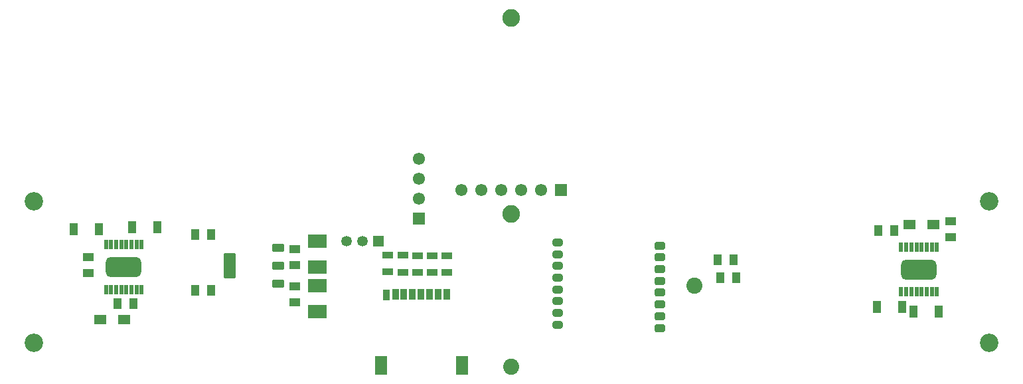
<source format=gbs>
G04*
G04 #@! TF.GenerationSoftware,Altium Limited,Altium Designer,21.3.2 (30)*
G04*
G04 Layer_Color=16711935*
%FSLAX43Y43*%
%MOMM*%
G71*
G04*
G04 #@! TF.SameCoordinates,E583AE15-D421-4EF2-A5E4-CEDEED2159FB*
G04*
G04*
G04 #@! TF.FilePolarity,Negative*
G04*
G01*
G75*
%ADD43R,1.118X1.575*%
%ADD48R,1.321X1.067*%
%ADD50R,1.321X0.940*%
%ADD52R,1.067X1.321*%
%ADD60C,2.051*%
%ADD61C,1.351*%
%ADD62R,1.351X1.351*%
%ADD63C,2.251*%
%ADD64C,2.351*%
%ADD65C,2.351*%
%ADD66C,0.751*%
%ADD67C,1.551*%
%ADD68R,1.551X1.551*%
%ADD69R,1.551X1.551*%
G04:AMPARAMS|DCode=94|XSize=0.951mm|YSize=1.321mm|CornerRadius=0.25mm|HoleSize=0mm|Usage=FLASHONLY|Rotation=270.000|XOffset=0mm|YOffset=0mm|HoleType=Round|Shape=RoundedRectangle|*
%AMROUNDEDRECTD94*
21,1,0.951,0.820,0,0,270.0*
21,1,0.450,1.321,0,0,270.0*
1,1,0.501,-0.410,-0.225*
1,1,0.501,-0.410,0.225*
1,1,0.501,0.410,0.225*
1,1,0.501,0.410,-0.225*
%
%ADD94ROUNDEDRECTD94*%
G04:AMPARAMS|DCode=95|XSize=1.051mm|YSize=1.321mm|CornerRadius=0.275mm|HoleSize=0mm|Usage=FLASHONLY|Rotation=90.000|XOffset=0mm|YOffset=0mm|HoleType=Round|Shape=RoundedRectangle|*
%AMROUNDEDRECTD95*
21,1,1.051,0.770,0,0,90.0*
21,1,0.500,1.321,0,0,90.0*
1,1,0.551,0.385,0.250*
1,1,0.551,0.385,-0.250*
1,1,0.551,-0.385,-0.250*
1,1,0.551,-0.385,0.250*
%
%ADD95ROUNDEDRECTD95*%
%ADD96R,1.551X2.451*%
%ADD97R,0.851X1.351*%
G04:AMPARAMS|DCode=98|XSize=0.951mm|YSize=1.501mm|CornerRadius=0.075mm|HoleSize=0mm|Usage=FLASHONLY|Rotation=90.000|XOffset=0mm|YOffset=0mm|HoleType=Round|Shape=RoundedRectangle|*
%AMROUNDEDRECTD98*
21,1,0.951,1.351,0,0,90.0*
21,1,0.801,1.501,0,0,90.0*
1,1,0.150,0.676,0.401*
1,1,0.150,0.676,-0.401*
1,1,0.150,-0.676,-0.401*
1,1,0.150,-0.676,0.401*
%
%ADD98ROUNDEDRECTD98*%
G04:AMPARAMS|DCode=99|XSize=3.201mm|YSize=1.501mm|CornerRadius=0.076mm|HoleSize=0mm|Usage=FLASHONLY|Rotation=90.000|XOffset=0mm|YOffset=0mm|HoleType=Round|Shape=RoundedRectangle|*
%AMROUNDEDRECTD99*
21,1,3.201,1.349,0,0,90.0*
21,1,3.049,1.501,0,0,90.0*
1,1,0.152,0.674,1.524*
1,1,0.152,0.674,-1.524*
1,1,0.152,-0.674,-1.524*
1,1,0.152,-0.674,1.524*
%
%ADD99ROUNDEDRECTD99*%
G04:AMPARAMS|DCode=100|XSize=2.551mm|YSize=4.551mm|CornerRadius=0.65mm|HoleSize=0mm|Usage=FLASHONLY|Rotation=90.000|XOffset=0mm|YOffset=0mm|HoleType=Round|Shape=RoundedRectangle|*
%AMROUNDEDRECTD100*
21,1,2.551,3.250,0,0,90.0*
21,1,1.250,4.551,0,0,90.0*
1,1,1.301,1.625,0.625*
1,1,1.301,1.625,-0.625*
1,1,1.301,-1.625,-0.625*
1,1,1.301,-1.625,0.625*
%
%ADD100ROUNDEDRECTD100*%
G04:AMPARAMS|DCode=101|XSize=0.451mm|YSize=1.251mm|CornerRadius=0.075mm|HoleSize=0mm|Usage=FLASHONLY|Rotation=0.000|XOffset=0mm|YOffset=0mm|HoleType=Round|Shape=RoundedRectangle|*
%AMROUNDEDRECTD101*
21,1,0.451,1.100,0,0,0.0*
21,1,0.300,1.251,0,0,0.0*
1,1,0.151,0.150,-0.550*
1,1,0.151,-0.150,-0.550*
1,1,0.151,-0.150,0.550*
1,1,0.151,0.150,0.550*
%
%ADD101ROUNDEDRECTD101*%
%ADD102R,2.337X1.676*%
%ADD103R,1.626X1.270*%
D43*
X5850Y68000D02*
D03*
X2598D02*
D03*
X108300Y58050D02*
D03*
X105048D02*
D03*
X10050Y68200D02*
D03*
X13302D02*
D03*
X112950Y57500D02*
D03*
X109698D02*
D03*
D48*
X114450Y66950D02*
D03*
Y68982D02*
D03*
X30800Y63418D02*
D03*
Y65450D02*
D03*
X30850Y60700D02*
D03*
Y58668D02*
D03*
X4500Y64400D02*
D03*
Y62368D02*
D03*
D50*
X44576Y64679D02*
D03*
Y62521D02*
D03*
X42696Y64712D02*
D03*
Y62553D02*
D03*
X50215Y64630D02*
D03*
Y62471D02*
D03*
X48335Y64630D02*
D03*
Y62471D02*
D03*
X46456Y64630D02*
D03*
Y62471D02*
D03*
D52*
X84768Y64050D02*
D03*
X86800D02*
D03*
X87100Y61800D02*
D03*
X85068D02*
D03*
X20100Y60200D02*
D03*
X18068D02*
D03*
X18150Y67300D02*
D03*
X20182D02*
D03*
X107250Y67800D02*
D03*
X105218D02*
D03*
X8200Y58500D02*
D03*
X10232D02*
D03*
D60*
X81750Y60750D02*
D03*
X58400Y50450D02*
D03*
D61*
X37450Y66500D02*
D03*
X39450D02*
D03*
D62*
X41450D02*
D03*
D63*
X58450Y94950D02*
D03*
Y69950D02*
D03*
D64*
X119400Y71500D02*
D03*
Y53500D02*
D03*
D65*
X-2500D02*
D03*
Y71500D02*
D03*
D66*
X109028Y63485D02*
D03*
Y62215D02*
D03*
X110425Y63485D02*
D03*
Y62215D02*
D03*
X111949Y63485D02*
D03*
Y62342D02*
D03*
X10397Y62515D02*
D03*
Y63785D02*
D03*
X9000Y62515D02*
D03*
Y63785D02*
D03*
X7476Y62515D02*
D03*
Y63658D02*
D03*
D67*
X46650Y76990D02*
D03*
Y74450D02*
D03*
Y71910D02*
D03*
X62230Y73000D02*
D03*
X59690D02*
D03*
X57150D02*
D03*
X54610D02*
D03*
X52070D02*
D03*
D68*
X46650Y69370D02*
D03*
D69*
X64770Y73000D02*
D03*
D94*
X64350Y57300D02*
D03*
Y60300D02*
D03*
Y66300D02*
D03*
Y64800D02*
D03*
Y63300D02*
D03*
Y61800D02*
D03*
Y58800D02*
D03*
X64326Y55826D02*
D03*
D95*
X77350Y56900D02*
D03*
Y58400D02*
D03*
Y59900D02*
D03*
Y61400D02*
D03*
Y62900D02*
D03*
Y64400D02*
D03*
Y65900D02*
D03*
Y55400D02*
D03*
D96*
X52110Y50650D02*
D03*
X41850D02*
D03*
D97*
X50237Y59650D02*
D03*
X48037D02*
D03*
X49137D02*
D03*
X46937D02*
D03*
X45837D02*
D03*
X44737D02*
D03*
X43637D02*
D03*
X42530Y59636D02*
D03*
D98*
X28675Y65600D02*
D03*
Y63300D02*
D03*
Y61000D02*
D03*
D99*
X22525Y63300D02*
D03*
D100*
X110425Y62850D02*
D03*
X9000Y63150D02*
D03*
D101*
X112700Y60000D02*
D03*
X112050D02*
D03*
X111400D02*
D03*
X110750D02*
D03*
X110100D02*
D03*
X109450D02*
D03*
X108800D02*
D03*
X108150D02*
D03*
X112700Y65700D02*
D03*
X112050D02*
D03*
X111400D02*
D03*
X110750D02*
D03*
X110100D02*
D03*
X109450D02*
D03*
X108800D02*
D03*
X108150D02*
D03*
X6725Y66000D02*
D03*
X7375D02*
D03*
X8025D02*
D03*
X9975D02*
D03*
X10625D02*
D03*
X11275D02*
D03*
X6725Y60300D02*
D03*
X7375D02*
D03*
X8025D02*
D03*
X8675D02*
D03*
X9325D02*
D03*
X9975D02*
D03*
X10625D02*
D03*
X11275D02*
D03*
X9325Y66000D02*
D03*
X8675D02*
D03*
D102*
X33650Y63148D02*
D03*
Y66450D02*
D03*
X33700Y60752D02*
D03*
Y57450D02*
D03*
D103*
X109202Y68550D02*
D03*
X112250D02*
D03*
X9048Y56450D02*
D03*
X6000D02*
D03*
M02*

</source>
